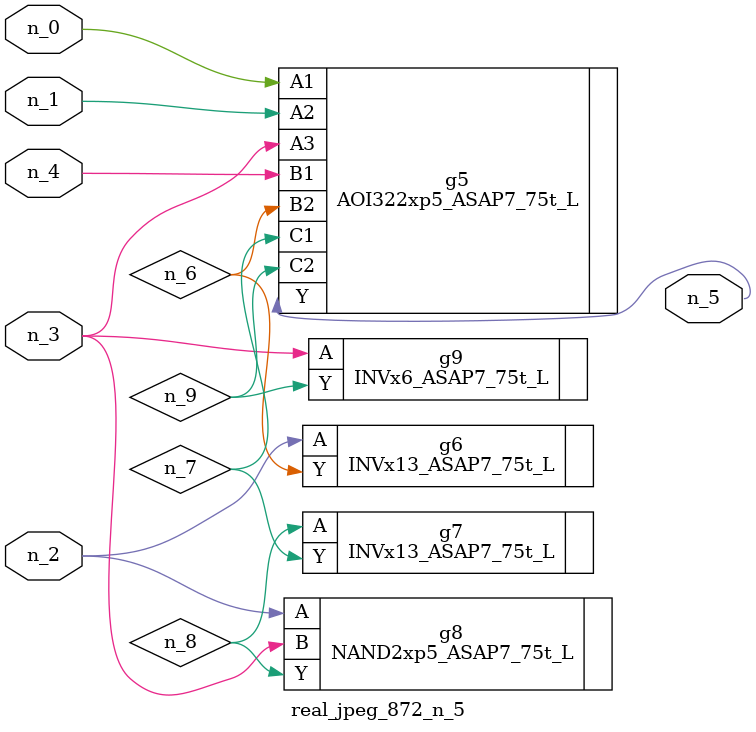
<source format=v>
module real_jpeg_872_n_5 (n_4, n_0, n_1, n_2, n_3, n_5);

input n_4;
input n_0;
input n_1;
input n_2;
input n_3;

output n_5;

wire n_8;
wire n_6;
wire n_7;
wire n_9;

AOI322xp5_ASAP7_75t_L g5 ( 
.A1(n_0),
.A2(n_1),
.A3(n_3),
.B1(n_4),
.B2(n_6),
.C1(n_7),
.C2(n_9),
.Y(n_5)
);

INVx13_ASAP7_75t_L g6 ( 
.A(n_2),
.Y(n_6)
);

NAND2xp5_ASAP7_75t_L g8 ( 
.A(n_2),
.B(n_3),
.Y(n_8)
);

INVx6_ASAP7_75t_L g9 ( 
.A(n_3),
.Y(n_9)
);

INVx13_ASAP7_75t_L g7 ( 
.A(n_8),
.Y(n_7)
);


endmodule
</source>
